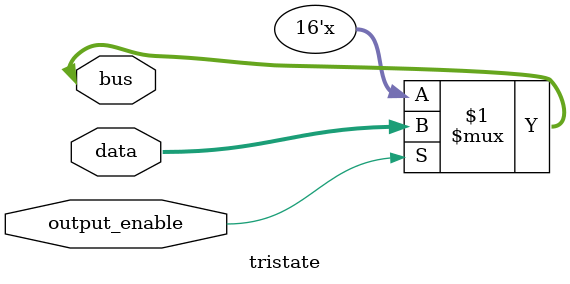
<source format=sv>
module tristate #(parameter width=16) (
  input logic output_enable,
  input logic[width-1:0] data,
  inout wire[width-1:0] bus
);

assign bus = output_enable ? data : {width{ 1'bZ }};

/*always_comb begin
  if (output_enable) begin
    bus = data;
  end else begin
    bus = {width{ 1'bZ }};
  end
end*/

endmodule
</source>
